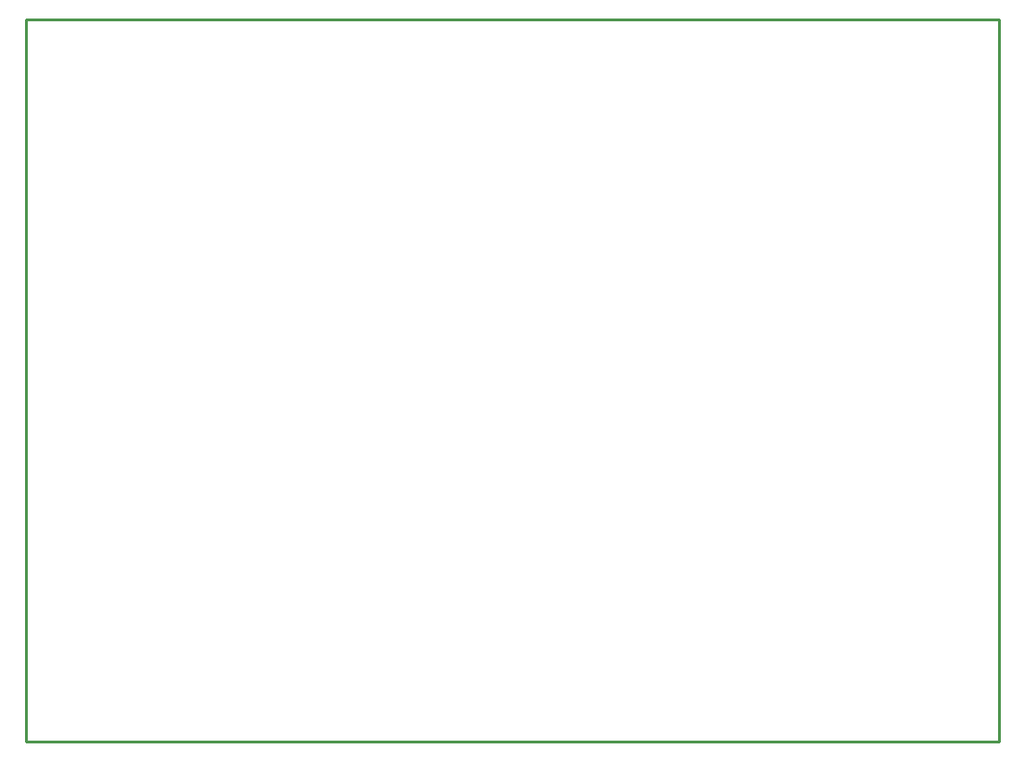
<source format=gko>
*
*
G04 PADS 9.3.1 Build Number: 456998 generated Gerber (RS-274-X) file*
G04 PC Version=2.1*
*
%IN "ArmControl.pcb"*%
*
%MOIN*%
*
%FSLAX35Y35*%
*
*
*
*
G04 PC Standard Apertures*
*
*
G04 Thermal Relief Aperture macro.*
%AMTER*
1,1,$1,0,0*
1,0,$1-$2,0,0*
21,0,$3,$4,0,0,45*
21,0,$3,$4,0,0,135*
%
*
*
G04 Annular Aperture macro.*
%AMANN*
1,1,$1,0,0*
1,0,$2,0,0*
%
*
*
G04 Odd Aperture macro.*
%AMODD*
1,1,$1,0,0*
1,0,$1-0.005,0,0*
%
*
*
G04 PC Custom Aperture Macros*
*
*
*
*
*
*
G04 PC Aperture Table*
*
%ADD010C,0.001*%
%ADD011C,0.01*%
*
*
*
*
G04 PC Circuitry*
G04 Layer Name ArmControl.pcb - circuitry*
%LPD*%
*
*
G04 PC Custom Flashes*
G04 Layer Name ArmControl.pcb - flashes*
%LPD*%
*
*
G04 PC Circuitry*
G04 Layer Name ArmControl.pcb - circuitry*
%LPD*%
*
G54D10*
G54D11*
G01X500Y500D02*
X350500D01*
Y260500*
X500*
Y500*
X0Y0D02*
M02*

</source>
